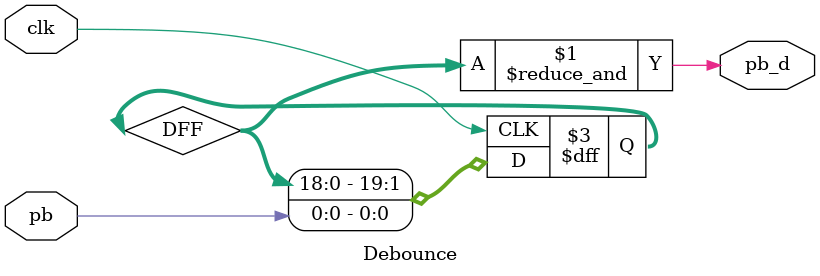
<source format=v>
`timescale 1ns/1ps
module tracker_sensor(clk, rst, left_signal, right_signal, mid_signal, state, dir);
    input clk, rst;
    input left_signal, right_signal, mid_signal;
    output reg [3:0] state;
    output reg dir;             // 1'b0: need left
    reg [3:0] next_state = 3'b111;

    parameter STAY_L = 4'b1000;
    parameter STAY_R = 4'b1001;

    wire left_signal_d, right_signal_d, mid_signal_d;
    Debounce DB0(clk, left_signal, left_signal_d);
    Debounce DB1(clk, right_signal, right_signal_d);
    Debounce DB2(clk, mid_signal, mid_signal_d);

    // [TO-DO] Receive three signals and make your own policy.
    always @(posedge clk, posedge rst) begin
        if (rst) begin
            state <= 4'b0111;
            dir <= 1'b0;
        end else begin
            state <= next_state;
            if (state == 4'b0100 || state == 4'b0110)       dir <= 1'b0; // need left
            else if (state == 4'b0001 || state == 4'b0011)  dir <= 1'b1; // need right
            else                                            dir <= dir;
        end
    end

    always @(*) begin
        case(state)
            4'b0000: next_state = (dir ? STAY_R : STAY_L);
            STAY_L, STAY_R: begin
                if ({left_signal_d, mid_signal_d, right_signal_d} == 3'b111) begin
                    next_state = {1'b0, left_signal_d, mid_signal_d, right_signal_d};
                end else begin
                    next_state = state;
                end
            end
            default:
                begin
                    next_state = {1'b0, left_signal, mid_signal, right_signal};
                end
        endcase
    end
endmodule

module Debounce (clk, pb, pb_d);
    input clk, pb;
    output pb_d;
    reg [19:0] DFF;

    assign pb_d = &DFF;
    always @(posedge clk) DFF[19:0] <= {DFF[18:0], pb};
endmodule
</source>
